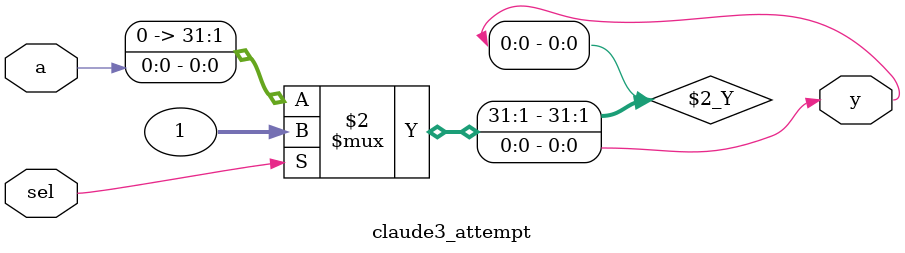
<source format=v>
module claude3_attempt(
    input wire sel,
    input wire a,
    output wire y
);
    assign y = sel ? 1 : a;
endmodule

</source>
